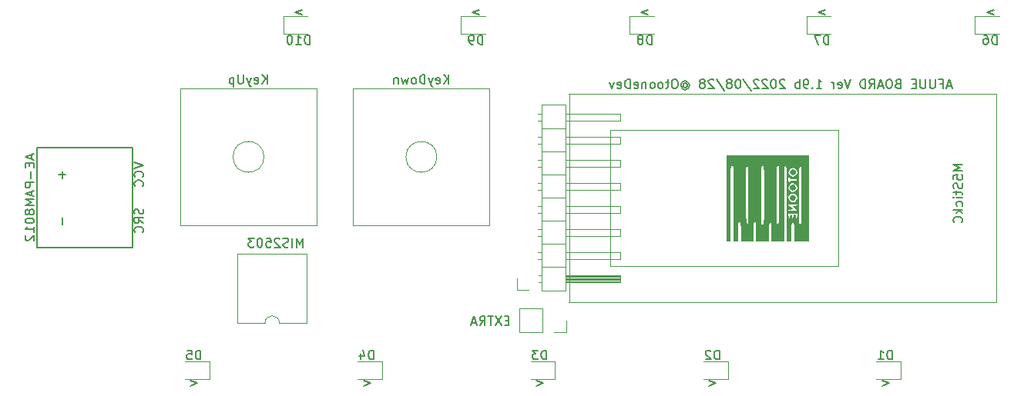
<source format=gbo>
G04 #@! TF.GenerationSoftware,KiCad,Pcbnew,(5.1.8)-1*
G04 #@! TF.CreationDate,2022-08-28T16:31:03+09:00*
G04 #@! TF.ProjectId,windsynth,77696e64-7379-46e7-9468-2e6b69636164,rev?*
G04 #@! TF.SameCoordinates,Original*
G04 #@! TF.FileFunction,Legend,Bot*
G04 #@! TF.FilePolarity,Positive*
%FSLAX46Y46*%
G04 Gerber Fmt 4.6, Leading zero omitted, Abs format (unit mm)*
G04 Created by KiCad (PCBNEW (5.1.8)-1) date 2022-08-28 16:31:03*
%MOMM*%
%LPD*%
G01*
G04 APERTURE LIST*
%ADD10C,0.120000*%
%ADD11C,0.150000*%
%ADD12C,0.010000*%
G04 APERTURE END LIST*
D10*
X152300000Y-105800000D02*
G75*
G02*
X153900000Y-105800000I800000J0D01*
G01*
X156900000Y-98200000D02*
X149300000Y-98200000D01*
X156900000Y-105800000D02*
X156900000Y-98200000D01*
X153900000Y-105800000D02*
X156900000Y-105800000D01*
X149300000Y-105800000D02*
X152300000Y-105800000D01*
X149300000Y-98200000D02*
X149300000Y-105800000D01*
D11*
X220119047Y-112714285D02*
X220880952Y-112428571D01*
X220119047Y-112142857D01*
X201119047Y-112714285D02*
X201880952Y-112428571D01*
X201119047Y-112142857D01*
X182119047Y-112714285D02*
X182880952Y-112428571D01*
X182119047Y-112142857D01*
X163119047Y-112714285D02*
X163880952Y-112428571D01*
X163119047Y-112142857D01*
X144119047Y-112714285D02*
X144880952Y-112428571D01*
X144119047Y-112142857D01*
X232380952Y-71285714D02*
X231619047Y-71571428D01*
X232380952Y-71857142D01*
X213880952Y-71285714D02*
X213119047Y-71571428D01*
X213880952Y-71857142D01*
X194380952Y-71285714D02*
X193619047Y-71571428D01*
X194380952Y-71857142D01*
X175880952Y-71285714D02*
X175119047Y-71571428D01*
X175880952Y-71857142D01*
X156380952Y-71285714D02*
X155619047Y-71571428D01*
X156380952Y-71857142D01*
D10*
X215294000Y-99532000D02*
X190294000Y-99532000D01*
X215294000Y-84532000D02*
X215294000Y-99532000D01*
X190294000Y-84532000D02*
X215294000Y-84532000D01*
X190294000Y-99532000D02*
X190294000Y-84532000D01*
X185794000Y-103532000D02*
X185794000Y-80532000D01*
X232695000Y-103532000D02*
X185695000Y-103532000D01*
X232695000Y-80532000D02*
X232695000Y-103532000D01*
X185695000Y-80532000D02*
X232695000Y-80532000D01*
D11*
X227712023Y-79666666D02*
X227235833Y-79666666D01*
X227807261Y-79952380D02*
X227473928Y-78952380D01*
X227140595Y-79952380D01*
X226473928Y-79428571D02*
X226807261Y-79428571D01*
X226807261Y-79952380D02*
X226807261Y-78952380D01*
X226331071Y-78952380D01*
X225950119Y-78952380D02*
X225950119Y-79761904D01*
X225902500Y-79857142D01*
X225854880Y-79904761D01*
X225759642Y-79952380D01*
X225569166Y-79952380D01*
X225473928Y-79904761D01*
X225426309Y-79857142D01*
X225378690Y-79761904D01*
X225378690Y-78952380D01*
X224902500Y-78952380D02*
X224902500Y-79761904D01*
X224854880Y-79857142D01*
X224807261Y-79904761D01*
X224712023Y-79952380D01*
X224521547Y-79952380D01*
X224426309Y-79904761D01*
X224378690Y-79857142D01*
X224331071Y-79761904D01*
X224331071Y-78952380D01*
X223854880Y-79428571D02*
X223521547Y-79428571D01*
X223378690Y-79952380D02*
X223854880Y-79952380D01*
X223854880Y-78952380D01*
X223378690Y-78952380D01*
X221854880Y-79428571D02*
X221712023Y-79476190D01*
X221664404Y-79523809D01*
X221616785Y-79619047D01*
X221616785Y-79761904D01*
X221664404Y-79857142D01*
X221712023Y-79904761D01*
X221807261Y-79952380D01*
X222188214Y-79952380D01*
X222188214Y-78952380D01*
X221854880Y-78952380D01*
X221759642Y-79000000D01*
X221712023Y-79047619D01*
X221664404Y-79142857D01*
X221664404Y-79238095D01*
X221712023Y-79333333D01*
X221759642Y-79380952D01*
X221854880Y-79428571D01*
X222188214Y-79428571D01*
X220997738Y-78952380D02*
X220807261Y-78952380D01*
X220712023Y-79000000D01*
X220616785Y-79095238D01*
X220569166Y-79285714D01*
X220569166Y-79619047D01*
X220616785Y-79809523D01*
X220712023Y-79904761D01*
X220807261Y-79952380D01*
X220997738Y-79952380D01*
X221092976Y-79904761D01*
X221188214Y-79809523D01*
X221235833Y-79619047D01*
X221235833Y-79285714D01*
X221188214Y-79095238D01*
X221092976Y-79000000D01*
X220997738Y-78952380D01*
X220188214Y-79666666D02*
X219712023Y-79666666D01*
X220283452Y-79952380D02*
X219950119Y-78952380D01*
X219616785Y-79952380D01*
X218712023Y-79952380D02*
X219045357Y-79476190D01*
X219283452Y-79952380D02*
X219283452Y-78952380D01*
X218902500Y-78952380D01*
X218807261Y-79000000D01*
X218759642Y-79047619D01*
X218712023Y-79142857D01*
X218712023Y-79285714D01*
X218759642Y-79380952D01*
X218807261Y-79428571D01*
X218902500Y-79476190D01*
X219283452Y-79476190D01*
X218283452Y-79952380D02*
X218283452Y-78952380D01*
X218045357Y-78952380D01*
X217902500Y-79000000D01*
X217807261Y-79095238D01*
X217759642Y-79190476D01*
X217712023Y-79380952D01*
X217712023Y-79523809D01*
X217759642Y-79714285D01*
X217807261Y-79809523D01*
X217902500Y-79904761D01*
X218045357Y-79952380D01*
X218283452Y-79952380D01*
X216664404Y-78952380D02*
X216331071Y-79952380D01*
X215997738Y-78952380D01*
X215283452Y-79904761D02*
X215378690Y-79952380D01*
X215569166Y-79952380D01*
X215664404Y-79904761D01*
X215712023Y-79809523D01*
X215712023Y-79428571D01*
X215664404Y-79333333D01*
X215569166Y-79285714D01*
X215378690Y-79285714D01*
X215283452Y-79333333D01*
X215235833Y-79428571D01*
X215235833Y-79523809D01*
X215712023Y-79619047D01*
X214807261Y-79952380D02*
X214807261Y-79285714D01*
X214807261Y-79476190D02*
X214759642Y-79380952D01*
X214712023Y-79333333D01*
X214616785Y-79285714D01*
X214521547Y-79285714D01*
X212902500Y-79952380D02*
X213473928Y-79952380D01*
X213188214Y-79952380D02*
X213188214Y-78952380D01*
X213283452Y-79095238D01*
X213378690Y-79190476D01*
X213473928Y-79238095D01*
X212473928Y-79857142D02*
X212426309Y-79904761D01*
X212473928Y-79952380D01*
X212521547Y-79904761D01*
X212473928Y-79857142D01*
X212473928Y-79952380D01*
X211950119Y-79952380D02*
X211759642Y-79952380D01*
X211664404Y-79904761D01*
X211616785Y-79857142D01*
X211521547Y-79714285D01*
X211473928Y-79523809D01*
X211473928Y-79142857D01*
X211521547Y-79047619D01*
X211569166Y-79000000D01*
X211664404Y-78952380D01*
X211854880Y-78952380D01*
X211950119Y-79000000D01*
X211997738Y-79047619D01*
X212045357Y-79142857D01*
X212045357Y-79380952D01*
X211997738Y-79476190D01*
X211950119Y-79523809D01*
X211854880Y-79571428D01*
X211664404Y-79571428D01*
X211569166Y-79523809D01*
X211521547Y-79476190D01*
X211473928Y-79380952D01*
X211045357Y-79952380D02*
X211045357Y-78952380D01*
X211045357Y-79333333D02*
X210950119Y-79285714D01*
X210759642Y-79285714D01*
X210664404Y-79333333D01*
X210616785Y-79380952D01*
X210569166Y-79476190D01*
X210569166Y-79761904D01*
X210616785Y-79857142D01*
X210664404Y-79904761D01*
X210759642Y-79952380D01*
X210950119Y-79952380D01*
X211045357Y-79904761D01*
X209426309Y-79047619D02*
X209378690Y-79000000D01*
X209283452Y-78952380D01*
X209045357Y-78952380D01*
X208950119Y-79000000D01*
X208902500Y-79047619D01*
X208854880Y-79142857D01*
X208854880Y-79238095D01*
X208902500Y-79380952D01*
X209473928Y-79952380D01*
X208854880Y-79952380D01*
X208235833Y-78952380D02*
X208140595Y-78952380D01*
X208045357Y-79000000D01*
X207997738Y-79047619D01*
X207950119Y-79142857D01*
X207902500Y-79333333D01*
X207902500Y-79571428D01*
X207950119Y-79761904D01*
X207997738Y-79857142D01*
X208045357Y-79904761D01*
X208140595Y-79952380D01*
X208235833Y-79952380D01*
X208331071Y-79904761D01*
X208378690Y-79857142D01*
X208426309Y-79761904D01*
X208473928Y-79571428D01*
X208473928Y-79333333D01*
X208426309Y-79142857D01*
X208378690Y-79047619D01*
X208331071Y-79000000D01*
X208235833Y-78952380D01*
X207521547Y-79047619D02*
X207473928Y-79000000D01*
X207378690Y-78952380D01*
X207140595Y-78952380D01*
X207045357Y-79000000D01*
X206997738Y-79047619D01*
X206950119Y-79142857D01*
X206950119Y-79238095D01*
X206997738Y-79380952D01*
X207569166Y-79952380D01*
X206950119Y-79952380D01*
X206569166Y-79047619D02*
X206521547Y-79000000D01*
X206426309Y-78952380D01*
X206188214Y-78952380D01*
X206092976Y-79000000D01*
X206045357Y-79047619D01*
X205997738Y-79142857D01*
X205997738Y-79238095D01*
X206045357Y-79380952D01*
X206616785Y-79952380D01*
X205997738Y-79952380D01*
X204854880Y-78904761D02*
X205712023Y-80190476D01*
X204331071Y-78952380D02*
X204235833Y-78952380D01*
X204140595Y-79000000D01*
X204092976Y-79047619D01*
X204045357Y-79142857D01*
X203997738Y-79333333D01*
X203997738Y-79571428D01*
X204045357Y-79761904D01*
X204092976Y-79857142D01*
X204140595Y-79904761D01*
X204235833Y-79952380D01*
X204331071Y-79952380D01*
X204426309Y-79904761D01*
X204473928Y-79857142D01*
X204521547Y-79761904D01*
X204569166Y-79571428D01*
X204569166Y-79333333D01*
X204521547Y-79142857D01*
X204473928Y-79047619D01*
X204426309Y-79000000D01*
X204331071Y-78952380D01*
X203426309Y-79380952D02*
X203521547Y-79333333D01*
X203569166Y-79285714D01*
X203616785Y-79190476D01*
X203616785Y-79142857D01*
X203569166Y-79047619D01*
X203521547Y-79000000D01*
X203426309Y-78952380D01*
X203235833Y-78952380D01*
X203140595Y-79000000D01*
X203092976Y-79047619D01*
X203045357Y-79142857D01*
X203045357Y-79190476D01*
X203092976Y-79285714D01*
X203140595Y-79333333D01*
X203235833Y-79380952D01*
X203426309Y-79380952D01*
X203521547Y-79428571D01*
X203569166Y-79476190D01*
X203616785Y-79571428D01*
X203616785Y-79761904D01*
X203569166Y-79857142D01*
X203521547Y-79904761D01*
X203426309Y-79952380D01*
X203235833Y-79952380D01*
X203140595Y-79904761D01*
X203092976Y-79857142D01*
X203045357Y-79761904D01*
X203045357Y-79571428D01*
X203092976Y-79476190D01*
X203140595Y-79428571D01*
X203235833Y-79380952D01*
X201902500Y-78904761D02*
X202759642Y-80190476D01*
X201616785Y-79047619D02*
X201569166Y-79000000D01*
X201473928Y-78952380D01*
X201235833Y-78952380D01*
X201140595Y-79000000D01*
X201092976Y-79047619D01*
X201045357Y-79142857D01*
X201045357Y-79238095D01*
X201092976Y-79380952D01*
X201664404Y-79952380D01*
X201045357Y-79952380D01*
X200473928Y-79380952D02*
X200569166Y-79333333D01*
X200616785Y-79285714D01*
X200664404Y-79190476D01*
X200664404Y-79142857D01*
X200616785Y-79047619D01*
X200569166Y-79000000D01*
X200473928Y-78952380D01*
X200283452Y-78952380D01*
X200188214Y-79000000D01*
X200140595Y-79047619D01*
X200092976Y-79142857D01*
X200092976Y-79190476D01*
X200140595Y-79285714D01*
X200188214Y-79333333D01*
X200283452Y-79380952D01*
X200473928Y-79380952D01*
X200569166Y-79428571D01*
X200616785Y-79476190D01*
X200664404Y-79571428D01*
X200664404Y-79761904D01*
X200616785Y-79857142D01*
X200569166Y-79904761D01*
X200473928Y-79952380D01*
X200283452Y-79952380D01*
X200188214Y-79904761D01*
X200140595Y-79857142D01*
X200092976Y-79761904D01*
X200092976Y-79571428D01*
X200140595Y-79476190D01*
X200188214Y-79428571D01*
X200283452Y-79380952D01*
X198283452Y-79476190D02*
X198331071Y-79428571D01*
X198426309Y-79380952D01*
X198521547Y-79380952D01*
X198616785Y-79428571D01*
X198664404Y-79476190D01*
X198712023Y-79571428D01*
X198712023Y-79666666D01*
X198664404Y-79761904D01*
X198616785Y-79809523D01*
X198521547Y-79857142D01*
X198426309Y-79857142D01*
X198331071Y-79809523D01*
X198283452Y-79761904D01*
X198283452Y-79380952D02*
X198283452Y-79761904D01*
X198235833Y-79809523D01*
X198188214Y-79809523D01*
X198092976Y-79761904D01*
X198045357Y-79666666D01*
X198045357Y-79428571D01*
X198140595Y-79285714D01*
X198283452Y-79190476D01*
X198473928Y-79142857D01*
X198664404Y-79190476D01*
X198807261Y-79285714D01*
X198902500Y-79428571D01*
X198950119Y-79619047D01*
X198902500Y-79809523D01*
X198807261Y-79952380D01*
X198664404Y-80047619D01*
X198473928Y-80095238D01*
X198283452Y-80047619D01*
X198140595Y-79952380D01*
X197426309Y-78952380D02*
X197235833Y-78952380D01*
X197140595Y-79000000D01*
X197045357Y-79095238D01*
X196997738Y-79285714D01*
X196997738Y-79619047D01*
X197045357Y-79809523D01*
X197140595Y-79904761D01*
X197235833Y-79952380D01*
X197426309Y-79952380D01*
X197521547Y-79904761D01*
X197616785Y-79809523D01*
X197664404Y-79619047D01*
X197664404Y-79285714D01*
X197616785Y-79095238D01*
X197521547Y-79000000D01*
X197426309Y-78952380D01*
X196712023Y-79285714D02*
X196331071Y-79285714D01*
X196569166Y-78952380D02*
X196569166Y-79809523D01*
X196521547Y-79904761D01*
X196426309Y-79952380D01*
X196331071Y-79952380D01*
X195854880Y-79952380D02*
X195950119Y-79904761D01*
X195997738Y-79857142D01*
X196045357Y-79761904D01*
X196045357Y-79476190D01*
X195997738Y-79380952D01*
X195950119Y-79333333D01*
X195854880Y-79285714D01*
X195712023Y-79285714D01*
X195616785Y-79333333D01*
X195569166Y-79380952D01*
X195521547Y-79476190D01*
X195521547Y-79761904D01*
X195569166Y-79857142D01*
X195616785Y-79904761D01*
X195712023Y-79952380D01*
X195854880Y-79952380D01*
X194950119Y-79952380D02*
X195045357Y-79904761D01*
X195092976Y-79857142D01*
X195140595Y-79761904D01*
X195140595Y-79476190D01*
X195092976Y-79380952D01*
X195045357Y-79333333D01*
X194950119Y-79285714D01*
X194807261Y-79285714D01*
X194712023Y-79333333D01*
X194664404Y-79380952D01*
X194616785Y-79476190D01*
X194616785Y-79761904D01*
X194664404Y-79857142D01*
X194712023Y-79904761D01*
X194807261Y-79952380D01*
X194950119Y-79952380D01*
X194188214Y-79285714D02*
X194188214Y-79952380D01*
X194188214Y-79380952D02*
X194140595Y-79333333D01*
X194045357Y-79285714D01*
X193902500Y-79285714D01*
X193807261Y-79333333D01*
X193759642Y-79428571D01*
X193759642Y-79952380D01*
X192902500Y-79904761D02*
X192997738Y-79952380D01*
X193188214Y-79952380D01*
X193283452Y-79904761D01*
X193331071Y-79809523D01*
X193331071Y-79428571D01*
X193283452Y-79333333D01*
X193188214Y-79285714D01*
X192997738Y-79285714D01*
X192902500Y-79333333D01*
X192854880Y-79428571D01*
X192854880Y-79523809D01*
X193331071Y-79619047D01*
X192426309Y-79952380D02*
X192426309Y-78952380D01*
X192188214Y-78952380D01*
X192045357Y-79000000D01*
X191950119Y-79095238D01*
X191902500Y-79190476D01*
X191854880Y-79380952D01*
X191854880Y-79523809D01*
X191902500Y-79714285D01*
X191950119Y-79809523D01*
X192045357Y-79904761D01*
X192188214Y-79952380D01*
X192426309Y-79952380D01*
X191045357Y-79904761D02*
X191140595Y-79952380D01*
X191331071Y-79952380D01*
X191426309Y-79904761D01*
X191473928Y-79809523D01*
X191473928Y-79428571D01*
X191426309Y-79333333D01*
X191331071Y-79285714D01*
X191140595Y-79285714D01*
X191045357Y-79333333D01*
X190997738Y-79428571D01*
X190997738Y-79523809D01*
X191473928Y-79619047D01*
X190664404Y-79285714D02*
X190426309Y-79952380D01*
X190188214Y-79285714D01*
D12*
G04 #@! TO.C,G\u002A\u002A\u002A*
G36*
X203393667Y-96699000D02*
G01*
X203393667Y-92620394D01*
X203393721Y-91941095D01*
X203393949Y-91341408D01*
X203394444Y-90816279D01*
X203395300Y-90360653D01*
X203396611Y-89969475D01*
X203398473Y-89637692D01*
X203400979Y-89360249D01*
X203404223Y-89132090D01*
X203408300Y-88948162D01*
X203413305Y-88803411D01*
X203419331Y-88692781D01*
X203426473Y-88611218D01*
X203434826Y-88553668D01*
X203444482Y-88515077D01*
X203455538Y-88490388D01*
X203468087Y-88474550D01*
X203471083Y-88471727D01*
X203583000Y-88407995D01*
X203687655Y-88428304D01*
X203746939Y-88479083D01*
X203758661Y-88497145D01*
X203769009Y-88527189D01*
X203778067Y-88574236D01*
X203785919Y-88643306D01*
X203792650Y-88739421D01*
X203798346Y-88867601D01*
X203803090Y-89032866D01*
X203806968Y-89240238D01*
X203810065Y-89494736D01*
X203812465Y-89801383D01*
X203814253Y-90165198D01*
X203815514Y-90591202D01*
X203816332Y-91084416D01*
X203816793Y-91649860D01*
X203816982Y-92292556D01*
X203817000Y-92627750D01*
X203817000Y-96699000D01*
X204198000Y-96699000D01*
X204198000Y-95755919D01*
X204198879Y-95438626D01*
X204201978Y-95195133D01*
X204207985Y-95014589D01*
X204217590Y-94886142D01*
X204231482Y-94798938D01*
X204250352Y-94742127D01*
X204263900Y-94718752D01*
X204354288Y-94644629D01*
X204460705Y-94628682D01*
X204552064Y-94672121D01*
X204577510Y-94706550D01*
X204592092Y-94776749D01*
X204604143Y-94922619D01*
X204613286Y-95135193D01*
X204619140Y-95405502D01*
X204621327Y-95724579D01*
X204621333Y-95743716D01*
X204621333Y-96699000D01*
X205891333Y-96699000D01*
X205895553Y-95778250D01*
X205898112Y-95501239D01*
X205902879Y-95247635D01*
X205909397Y-95031523D01*
X205917207Y-94866990D01*
X205925849Y-94768121D01*
X205928977Y-94751666D01*
X205984047Y-94663420D01*
X206078081Y-94631940D01*
X206179134Y-94634769D01*
X206238344Y-94658410D01*
X206250523Y-94711998D01*
X206260872Y-94840001D01*
X206269008Y-95032183D01*
X206274550Y-95278305D01*
X206277114Y-95568130D01*
X206277214Y-95698887D01*
X206275720Y-96699000D01*
X207627000Y-96699000D01*
X207627000Y-95791589D01*
X207628595Y-95448525D01*
X207634272Y-95181189D01*
X207645372Y-94980686D01*
X207663233Y-94838123D01*
X207689195Y-94744604D01*
X207724596Y-94691236D01*
X207770776Y-94669124D01*
X207796333Y-94667000D01*
X207847990Y-94677592D01*
X207888243Y-94715299D01*
X207918434Y-94789015D01*
X207939900Y-94907635D01*
X207953981Y-95080052D01*
X207962017Y-95315161D01*
X207965347Y-95621857D01*
X207965667Y-95791589D01*
X207965667Y-96699000D01*
X209278000Y-96699000D01*
X209278000Y-88572951D01*
X209386372Y-88501943D01*
X209466923Y-88456295D01*
X209518467Y-88461068D01*
X209566289Y-88502466D01*
X209578049Y-88522657D01*
X209588736Y-88561168D01*
X209598402Y-88621844D01*
X209607102Y-88708530D01*
X209614890Y-88825071D01*
X209621818Y-88975312D01*
X209627942Y-89163099D01*
X209633314Y-89392276D01*
X209637989Y-89666689D01*
X209642021Y-89990182D01*
X209645463Y-90366601D01*
X209648368Y-90799791D01*
X209650792Y-91293597D01*
X209652788Y-91851864D01*
X209654409Y-92478438D01*
X209655709Y-93177163D01*
X209656743Y-93951884D01*
X209657563Y-94806448D01*
X209657744Y-95037416D01*
X209659000Y-96699000D01*
X210082333Y-96699000D01*
X210082333Y-95733799D01*
X210083859Y-95388361D01*
X210088643Y-95121377D01*
X210096992Y-94926686D01*
X210109215Y-94798127D01*
X210125620Y-94729539D01*
X210133133Y-94717799D01*
X210217325Y-94675669D01*
X210322074Y-94670398D01*
X210409345Y-94699968D01*
X210437637Y-94733962D01*
X210445091Y-94794350D01*
X210451696Y-94926282D01*
X210457119Y-95116636D01*
X210461029Y-95352288D01*
X210463094Y-95620119D01*
X210463333Y-95749962D01*
X210463333Y-96699000D01*
X212029667Y-96699000D01*
X212029667Y-87301000D01*
X211094813Y-87301000D01*
X211094813Y-88511840D01*
X211190526Y-88543773D01*
X211246489Y-88628273D01*
X211246650Y-88628975D01*
X211254857Y-88673480D01*
X211261917Y-88733038D01*
X211267890Y-88813495D01*
X211272836Y-88920700D01*
X211276815Y-89060499D01*
X211279887Y-89238742D01*
X211282113Y-89461275D01*
X211283552Y-89733945D01*
X211284264Y-90062602D01*
X211284311Y-90453092D01*
X211283751Y-90911263D01*
X211282645Y-91442963D01*
X211281225Y-91992077D01*
X211279190Y-92583202D01*
X211276509Y-93094063D01*
X211273091Y-93529064D01*
X211268845Y-93892605D01*
X211263681Y-94189089D01*
X211257508Y-94422918D01*
X211250235Y-94598494D01*
X211241773Y-94720219D01*
X211232031Y-94792494D01*
X211223125Y-94817827D01*
X211144549Y-94865230D01*
X211043894Y-94876551D01*
X210962749Y-94849473D01*
X210948190Y-94833135D01*
X210943653Y-94784357D01*
X210939434Y-94657668D01*
X210935587Y-94459826D01*
X210932165Y-94197586D01*
X210929221Y-93877704D01*
X210926808Y-93506937D01*
X210924979Y-93092041D01*
X210923788Y-92639771D01*
X210923288Y-92156885D01*
X210923484Y-91690078D01*
X210924284Y-91098971D01*
X210925366Y-90586858D01*
X210926856Y-90148067D01*
X210928880Y-89776927D01*
X210931564Y-89467767D01*
X210935034Y-89214913D01*
X210939416Y-89012694D01*
X210944837Y-88855438D01*
X210951423Y-88737473D01*
X210959298Y-88653127D01*
X210968591Y-88596729D01*
X210979426Y-88562606D01*
X210991931Y-88545087D01*
X210993426Y-88543920D01*
X211094813Y-88511840D01*
X211094813Y-87301000D01*
X210301385Y-87301000D01*
X210301385Y-88639384D01*
X210500699Y-88673981D01*
X210657212Y-88779867D01*
X210775444Y-88960183D01*
X210781299Y-88973166D01*
X210827628Y-89095609D01*
X210833574Y-89191019D01*
X210797236Y-89298757D01*
X210762105Y-89370553D01*
X210635259Y-89547147D01*
X210470860Y-89648707D01*
X210265741Y-89678438D01*
X210060439Y-89639283D01*
X209902683Y-89530210D01*
X209861814Y-89469370D01*
X209861814Y-89698025D01*
X209948062Y-89719940D01*
X210007293Y-89790848D01*
X210010956Y-89802580D01*
X210030426Y-89842182D01*
X210075048Y-89866335D01*
X210162231Y-89878726D01*
X210309386Y-89883042D01*
X210392342Y-89883333D01*
X210595736Y-89888750D01*
X210720782Y-89905523D01*
X210773138Y-89934437D01*
X210773963Y-89936250D01*
X210795727Y-89989470D01*
X210798658Y-89996287D01*
X210788784Y-90035680D01*
X210776304Y-90070370D01*
X210746742Y-90104286D01*
X210679176Y-90124878D01*
X210557499Y-90134948D01*
X210391341Y-90137333D01*
X210306804Y-90138201D01*
X210306804Y-90306666D01*
X210441074Y-90341179D01*
X210584641Y-90430886D01*
X210709365Y-90555043D01*
X210768216Y-90646842D01*
X210822825Y-90769731D01*
X210837376Y-90860199D01*
X210813295Y-90959632D01*
X210781739Y-91038802D01*
X210675973Y-91203696D01*
X210527031Y-91321962D01*
X210355396Y-91384357D01*
X210266553Y-91382970D01*
X210266553Y-91461286D01*
X210447186Y-91491299D01*
X210612267Y-91584081D01*
X210744780Y-91738720D01*
X210781299Y-91809500D01*
X210824937Y-91915504D01*
X210835899Y-91989588D01*
X210814095Y-92072775D01*
X210802000Y-92102556D01*
X210802000Y-93648394D01*
X210801352Y-93893113D01*
X210795028Y-94036764D01*
X210779403Y-94149936D01*
X210764529Y-94194915D01*
X210697499Y-94235947D01*
X210648760Y-94236883D01*
X210593329Y-94203168D01*
X210564146Y-94115976D01*
X210556149Y-94042218D01*
X210540095Y-93925725D01*
X210507112Y-93872950D01*
X210460899Y-93862666D01*
X210403187Y-93880980D01*
X210380662Y-93950443D01*
X210378667Y-94005649D01*
X210354770Y-94134688D01*
X210292699Y-94216457D01*
X210206881Y-94234025D01*
X210188706Y-94228564D01*
X210140165Y-94165210D01*
X210124667Y-94029800D01*
X210109781Y-93911967D01*
X210075456Y-93870786D01*
X210037184Y-93905785D01*
X210010459Y-94016493D01*
X210008886Y-94033324D01*
X209980226Y-94174128D01*
X209924126Y-94236546D01*
X209841707Y-94219374D01*
X209837751Y-94216934D01*
X209793352Y-94165275D01*
X209770716Y-94068686D01*
X209764833Y-93921552D01*
X209764833Y-93672166D01*
X210283417Y-93660280D01*
X210802000Y-93648394D01*
X210802000Y-92102556D01*
X210780540Y-92155398D01*
X210665662Y-92345950D01*
X210510939Y-92461833D01*
X210442002Y-92476562D01*
X210442002Y-92635494D01*
X210601084Y-92640204D01*
X210719204Y-92649913D01*
X210775436Y-92664882D01*
X210775563Y-92665007D01*
X210794895Y-92727167D01*
X210793202Y-92781424D01*
X210774207Y-92831413D01*
X210721722Y-92860164D01*
X210615351Y-92875485D01*
X210534069Y-92880629D01*
X210398040Y-92890697D01*
X210332523Y-92906216D01*
X210323364Y-92932539D01*
X210338169Y-92954712D01*
X210405676Y-93007043D01*
X210439077Y-93016000D01*
X210511583Y-93046041D01*
X210605672Y-93120752D01*
X210699070Y-93217012D01*
X210769504Y-93311704D01*
X210794700Y-93381706D01*
X210794273Y-93384690D01*
X210780078Y-93416964D01*
X210742734Y-93438600D01*
X210667988Y-93451671D01*
X210541586Y-93458248D01*
X210349275Y-93460405D01*
X210272833Y-93460500D01*
X210057326Y-93459395D01*
X209912113Y-93454639D01*
X209822839Y-93444071D01*
X209775144Y-93425530D01*
X209754670Y-93396853D01*
X209750860Y-93381920D01*
X209751943Y-93304416D01*
X209800817Y-93256780D01*
X209911023Y-93231262D01*
X210029417Y-93222523D01*
X210153626Y-93211853D01*
X210234292Y-93195158D01*
X210251667Y-93182935D01*
X210218257Y-93147456D01*
X210131011Y-93083895D01*
X210018850Y-93012233D01*
X209849118Y-92892010D01*
X209761722Y-92786589D01*
X209755835Y-92694882D01*
X209764599Y-92677712D01*
X209814591Y-92661375D01*
X209928253Y-92648722D01*
X210084660Y-92640016D01*
X210262885Y-92635519D01*
X210442002Y-92635494D01*
X210442002Y-92476562D01*
X210315343Y-92503624D01*
X210177384Y-92493284D01*
X210000481Y-92425972D01*
X209863571Y-92300137D01*
X209776833Y-92135717D01*
X209750447Y-91952654D01*
X209794594Y-91770889D01*
X209801490Y-91756976D01*
X209926689Y-91593212D01*
X210087382Y-91494953D01*
X210266553Y-91461286D01*
X210266553Y-91382970D01*
X210181550Y-91381641D01*
X210093239Y-91349472D01*
X209912485Y-91220342D01*
X209795391Y-91060918D01*
X209746328Y-90885618D01*
X209769670Y-90708856D01*
X209854542Y-90562394D01*
X210010983Y-90417870D01*
X210181909Y-90328796D01*
X210306804Y-90306666D01*
X210306804Y-90138201D01*
X210215326Y-90139142D01*
X210106234Y-90147258D01*
X210046352Y-90165712D01*
X210017967Y-90198536D01*
X210009337Y-90224277D01*
X209966814Y-90289289D01*
X209875717Y-90298361D01*
X209813098Y-90284637D01*
X209778193Y-90247827D01*
X209760892Y-90166688D01*
X209752031Y-90038511D01*
X209752551Y-89894903D01*
X209767259Y-89781870D01*
X209785337Y-89735965D01*
X209861814Y-89698025D01*
X209861814Y-89469370D01*
X209808567Y-89390102D01*
X209751408Y-89190112D01*
X209769761Y-89002112D01*
X209854493Y-88840015D01*
X209996471Y-88717734D01*
X210186561Y-88649180D01*
X210301385Y-88639384D01*
X210301385Y-87301000D01*
X208616218Y-87301000D01*
X208616218Y-88425214D01*
X208688703Y-88448057D01*
X208719047Y-88468127D01*
X208812333Y-88533467D01*
X208812333Y-91639543D01*
X208812186Y-92231937D01*
X208811666Y-92745362D01*
X208810654Y-93185517D01*
X208809029Y-93558100D01*
X208806672Y-93868808D01*
X208803464Y-94123340D01*
X208799286Y-94327393D01*
X208794018Y-94486665D01*
X208787540Y-94606856D01*
X208779733Y-94693661D01*
X208770477Y-94752780D01*
X208759654Y-94789910D01*
X208747143Y-94810750D01*
X208745809Y-94812142D01*
X208644372Y-94873334D01*
X208543872Y-94850057D01*
X208497585Y-94811870D01*
X208484897Y-94792633D01*
X208473969Y-94758319D01*
X208464700Y-94703224D01*
X208456991Y-94621641D01*
X208450741Y-94507865D01*
X208445850Y-94356188D01*
X208442217Y-94160906D01*
X208439742Y-93916312D01*
X208438324Y-93616700D01*
X208437864Y-93256364D01*
X208438260Y-92829599D01*
X208439413Y-92330697D01*
X208441222Y-91753954D01*
X208441644Y-91631447D01*
X208443731Y-91043896D01*
X208445723Y-90535206D01*
X208447799Y-90099571D01*
X208450139Y-89731185D01*
X208452919Y-89424241D01*
X208456320Y-89172935D01*
X208460519Y-88971460D01*
X208465695Y-88814011D01*
X208472026Y-88694782D01*
X208479691Y-88607967D01*
X208488868Y-88547761D01*
X208499736Y-88508357D01*
X208512474Y-88483949D01*
X208527258Y-88468733D01*
X208539130Y-88460302D01*
X208616218Y-88425214D01*
X208616218Y-87301000D01*
X206949667Y-87301000D01*
X206949667Y-88401666D01*
X207008068Y-88428991D01*
X207076667Y-88486333D01*
X207092660Y-88504075D01*
X207106501Y-88526967D01*
X207118346Y-88560871D01*
X207128350Y-88611648D01*
X207136668Y-88685159D01*
X207143456Y-88787266D01*
X207148869Y-88923829D01*
X207153063Y-89100710D01*
X207156192Y-89323771D01*
X207158414Y-89598873D01*
X207159882Y-89931877D01*
X207160752Y-90328644D01*
X207161180Y-90795037D01*
X207161321Y-91336915D01*
X207161333Y-91679476D01*
X207161187Y-92272112D01*
X207160667Y-92785777D01*
X207159655Y-93226167D01*
X207158032Y-93598979D01*
X207155678Y-93909906D01*
X207152474Y-94164646D01*
X207148300Y-94368894D01*
X207143037Y-94528345D01*
X207136566Y-94648696D01*
X207128768Y-94735642D01*
X207119522Y-94794878D01*
X207108711Y-94832101D01*
X207096214Y-94853006D01*
X207094809Y-94854476D01*
X206992934Y-94911420D01*
X206881374Y-94912144D01*
X206794381Y-94858328D01*
X206781823Y-94839116D01*
X206772141Y-94777636D01*
X206763657Y-94631828D01*
X206756374Y-94402019D01*
X206750298Y-94088540D01*
X206745432Y-93691718D01*
X206741781Y-93211884D01*
X206739350Y-92649365D01*
X206738143Y-92004493D01*
X206738000Y-91664116D01*
X206738048Y-91078441D01*
X206738296Y-90571556D01*
X206738902Y-90137584D01*
X206740021Y-89770649D01*
X206741811Y-89464874D01*
X206744427Y-89214383D01*
X206748027Y-89013298D01*
X206752766Y-88855743D01*
X206758802Y-88735842D01*
X206766291Y-88647717D01*
X206775390Y-88585493D01*
X206786255Y-88543292D01*
X206799043Y-88515239D01*
X206813910Y-88495455D01*
X206822667Y-88486333D01*
X206898483Y-88424179D01*
X206949667Y-88401666D01*
X206949667Y-87301000D01*
X205269399Y-87301000D01*
X205269399Y-88505344D01*
X205344067Y-88530307D01*
X205359485Y-88540693D01*
X205372829Y-88558038D01*
X205384249Y-88588125D01*
X205393893Y-88636736D01*
X205401912Y-88709653D01*
X205408456Y-88812659D01*
X205413674Y-88951536D01*
X205417716Y-89132066D01*
X205420732Y-89360032D01*
X205422872Y-89641215D01*
X205424284Y-89981400D01*
X205425120Y-90386367D01*
X205425528Y-90861898D01*
X205425658Y-91413778D01*
X205425667Y-91681491D01*
X205425152Y-92347032D01*
X205423595Y-92929518D01*
X205420971Y-93430553D01*
X205417259Y-93851740D01*
X205412434Y-94194685D01*
X205406474Y-94460992D01*
X205399356Y-94652265D01*
X205391058Y-94770109D01*
X205381556Y-94816129D01*
X205380927Y-94816653D01*
X205313955Y-94829890D01*
X205231034Y-94816883D01*
X205165601Y-94787274D01*
X205151095Y-94750707D01*
X205151267Y-94750425D01*
X205146714Y-94712316D01*
X205131832Y-94709333D01*
X205125021Y-94668359D01*
X205118660Y-94550873D01*
X205112774Y-94365027D01*
X205107386Y-94118976D01*
X205102524Y-93820872D01*
X205098212Y-93478868D01*
X205094476Y-93101119D01*
X205091341Y-92695776D01*
X205088832Y-92270994D01*
X205086976Y-91834925D01*
X205085796Y-91395723D01*
X205085319Y-90961541D01*
X205085569Y-90540533D01*
X205086573Y-90140850D01*
X205088355Y-89770648D01*
X205090942Y-89438078D01*
X205094357Y-89151295D01*
X205098627Y-88918450D01*
X205103778Y-88747699D01*
X205109833Y-88647194D01*
X205112916Y-88626845D01*
X205172197Y-88530107D01*
X205269399Y-88505344D01*
X205269399Y-87301000D01*
X203012667Y-87301000D01*
X203012667Y-96699000D01*
X203393667Y-96699000D01*
G37*
X203393667Y-96699000D02*
X203393667Y-92620394D01*
X203393721Y-91941095D01*
X203393949Y-91341408D01*
X203394444Y-90816279D01*
X203395300Y-90360653D01*
X203396611Y-89969475D01*
X203398473Y-89637692D01*
X203400979Y-89360249D01*
X203404223Y-89132090D01*
X203408300Y-88948162D01*
X203413305Y-88803411D01*
X203419331Y-88692781D01*
X203426473Y-88611218D01*
X203434826Y-88553668D01*
X203444482Y-88515077D01*
X203455538Y-88490388D01*
X203468087Y-88474550D01*
X203471083Y-88471727D01*
X203583000Y-88407995D01*
X203687655Y-88428304D01*
X203746939Y-88479083D01*
X203758661Y-88497145D01*
X203769009Y-88527189D01*
X203778067Y-88574236D01*
X203785919Y-88643306D01*
X203792650Y-88739421D01*
X203798346Y-88867601D01*
X203803090Y-89032866D01*
X203806968Y-89240238D01*
X203810065Y-89494736D01*
X203812465Y-89801383D01*
X203814253Y-90165198D01*
X203815514Y-90591202D01*
X203816332Y-91084416D01*
X203816793Y-91649860D01*
X203816982Y-92292556D01*
X203817000Y-92627750D01*
X203817000Y-96699000D01*
X204198000Y-96699000D01*
X204198000Y-95755919D01*
X204198879Y-95438626D01*
X204201978Y-95195133D01*
X204207985Y-95014589D01*
X204217590Y-94886142D01*
X204231482Y-94798938D01*
X204250352Y-94742127D01*
X204263900Y-94718752D01*
X204354288Y-94644629D01*
X204460705Y-94628682D01*
X204552064Y-94672121D01*
X204577510Y-94706550D01*
X204592092Y-94776749D01*
X204604143Y-94922619D01*
X204613286Y-95135193D01*
X204619140Y-95405502D01*
X204621327Y-95724579D01*
X204621333Y-95743716D01*
X204621333Y-96699000D01*
X205891333Y-96699000D01*
X205895553Y-95778250D01*
X205898112Y-95501239D01*
X205902879Y-95247635D01*
X205909397Y-95031523D01*
X205917207Y-94866990D01*
X205925849Y-94768121D01*
X205928977Y-94751666D01*
X205984047Y-94663420D01*
X206078081Y-94631940D01*
X206179134Y-94634769D01*
X206238344Y-94658410D01*
X206250523Y-94711998D01*
X206260872Y-94840001D01*
X206269008Y-95032183D01*
X206274550Y-95278305D01*
X206277114Y-95568130D01*
X206277214Y-95698887D01*
X206275720Y-96699000D01*
X207627000Y-96699000D01*
X207627000Y-95791589D01*
X207628595Y-95448525D01*
X207634272Y-95181189D01*
X207645372Y-94980686D01*
X207663233Y-94838123D01*
X207689195Y-94744604D01*
X207724596Y-94691236D01*
X207770776Y-94669124D01*
X207796333Y-94667000D01*
X207847990Y-94677592D01*
X207888243Y-94715299D01*
X207918434Y-94789015D01*
X207939900Y-94907635D01*
X207953981Y-95080052D01*
X207962017Y-95315161D01*
X207965347Y-95621857D01*
X207965667Y-95791589D01*
X207965667Y-96699000D01*
X209278000Y-96699000D01*
X209278000Y-88572951D01*
X209386372Y-88501943D01*
X209466923Y-88456295D01*
X209518467Y-88461068D01*
X209566289Y-88502466D01*
X209578049Y-88522657D01*
X209588736Y-88561168D01*
X209598402Y-88621844D01*
X209607102Y-88708530D01*
X209614890Y-88825071D01*
X209621818Y-88975312D01*
X209627942Y-89163099D01*
X209633314Y-89392276D01*
X209637989Y-89666689D01*
X209642021Y-89990182D01*
X209645463Y-90366601D01*
X209648368Y-90799791D01*
X209650792Y-91293597D01*
X209652788Y-91851864D01*
X209654409Y-92478438D01*
X209655709Y-93177163D01*
X209656743Y-93951884D01*
X209657563Y-94806448D01*
X209657744Y-95037416D01*
X209659000Y-96699000D01*
X210082333Y-96699000D01*
X210082333Y-95733799D01*
X210083859Y-95388361D01*
X210088643Y-95121377D01*
X210096992Y-94926686D01*
X210109215Y-94798127D01*
X210125620Y-94729539D01*
X210133133Y-94717799D01*
X210217325Y-94675669D01*
X210322074Y-94670398D01*
X210409345Y-94699968D01*
X210437637Y-94733962D01*
X210445091Y-94794350D01*
X210451696Y-94926282D01*
X210457119Y-95116636D01*
X210461029Y-95352288D01*
X210463094Y-95620119D01*
X210463333Y-95749962D01*
X210463333Y-96699000D01*
X212029667Y-96699000D01*
X212029667Y-87301000D01*
X211094813Y-87301000D01*
X211094813Y-88511840D01*
X211190526Y-88543773D01*
X211246489Y-88628273D01*
X211246650Y-88628975D01*
X211254857Y-88673480D01*
X211261917Y-88733038D01*
X211267890Y-88813495D01*
X211272836Y-88920700D01*
X211276815Y-89060499D01*
X211279887Y-89238742D01*
X211282113Y-89461275D01*
X211283552Y-89733945D01*
X211284264Y-90062602D01*
X211284311Y-90453092D01*
X211283751Y-90911263D01*
X211282645Y-91442963D01*
X211281225Y-91992077D01*
X211279190Y-92583202D01*
X211276509Y-93094063D01*
X211273091Y-93529064D01*
X211268845Y-93892605D01*
X211263681Y-94189089D01*
X211257508Y-94422918D01*
X211250235Y-94598494D01*
X211241773Y-94720219D01*
X211232031Y-94792494D01*
X211223125Y-94817827D01*
X211144549Y-94865230D01*
X211043894Y-94876551D01*
X210962749Y-94849473D01*
X210948190Y-94833135D01*
X210943653Y-94784357D01*
X210939434Y-94657668D01*
X210935587Y-94459826D01*
X210932165Y-94197586D01*
X210929221Y-93877704D01*
X210926808Y-93506937D01*
X210924979Y-93092041D01*
X210923788Y-92639771D01*
X210923288Y-92156885D01*
X210923484Y-91690078D01*
X210924284Y-91098971D01*
X210925366Y-90586858D01*
X210926856Y-90148067D01*
X210928880Y-89776927D01*
X210931564Y-89467767D01*
X210935034Y-89214913D01*
X210939416Y-89012694D01*
X210944837Y-88855438D01*
X210951423Y-88737473D01*
X210959298Y-88653127D01*
X210968591Y-88596729D01*
X210979426Y-88562606D01*
X210991931Y-88545087D01*
X210993426Y-88543920D01*
X211094813Y-88511840D01*
X211094813Y-87301000D01*
X210301385Y-87301000D01*
X210301385Y-88639384D01*
X210500699Y-88673981D01*
X210657212Y-88779867D01*
X210775444Y-88960183D01*
X210781299Y-88973166D01*
X210827628Y-89095609D01*
X210833574Y-89191019D01*
X210797236Y-89298757D01*
X210762105Y-89370553D01*
X210635259Y-89547147D01*
X210470860Y-89648707D01*
X210265741Y-89678438D01*
X210060439Y-89639283D01*
X209902683Y-89530210D01*
X209861814Y-89469370D01*
X209861814Y-89698025D01*
X209948062Y-89719940D01*
X210007293Y-89790848D01*
X210010956Y-89802580D01*
X210030426Y-89842182D01*
X210075048Y-89866335D01*
X210162231Y-89878726D01*
X210309386Y-89883042D01*
X210392342Y-89883333D01*
X210595736Y-89888750D01*
X210720782Y-89905523D01*
X210773138Y-89934437D01*
X210773963Y-89936250D01*
X210795727Y-89989470D01*
X210798658Y-89996287D01*
X210788784Y-90035680D01*
X210776304Y-90070370D01*
X210746742Y-90104286D01*
X210679176Y-90124878D01*
X210557499Y-90134948D01*
X210391341Y-90137333D01*
X210306804Y-90138201D01*
X210306804Y-90306666D01*
X210441074Y-90341179D01*
X210584641Y-90430886D01*
X210709365Y-90555043D01*
X210768216Y-90646842D01*
X210822825Y-90769731D01*
X210837376Y-90860199D01*
X210813295Y-90959632D01*
X210781739Y-91038802D01*
X210675973Y-91203696D01*
X210527031Y-91321962D01*
X210355396Y-91384357D01*
X210266553Y-91382970D01*
X210266553Y-91461286D01*
X210447186Y-91491299D01*
X210612267Y-91584081D01*
X210744780Y-91738720D01*
X210781299Y-91809500D01*
X210824937Y-91915504D01*
X210835899Y-91989588D01*
X210814095Y-92072775D01*
X210802000Y-92102556D01*
X210802000Y-93648394D01*
X210801352Y-93893113D01*
X210795028Y-94036764D01*
X210779403Y-94149936D01*
X210764529Y-94194915D01*
X210697499Y-94235947D01*
X210648760Y-94236883D01*
X210593329Y-94203168D01*
X210564146Y-94115976D01*
X210556149Y-94042218D01*
X210540095Y-93925725D01*
X210507112Y-93872950D01*
X210460899Y-93862666D01*
X210403187Y-93880980D01*
X210380662Y-93950443D01*
X210378667Y-94005649D01*
X210354770Y-94134688D01*
X210292699Y-94216457D01*
X210206881Y-94234025D01*
X210188706Y-94228564D01*
X210140165Y-94165210D01*
X210124667Y-94029800D01*
X210109781Y-93911967D01*
X210075456Y-93870786D01*
X210037184Y-93905785D01*
X210010459Y-94016493D01*
X210008886Y-94033324D01*
X209980226Y-94174128D01*
X209924126Y-94236546D01*
X209841707Y-94219374D01*
X209837751Y-94216934D01*
X209793352Y-94165275D01*
X209770716Y-94068686D01*
X209764833Y-93921552D01*
X209764833Y-93672166D01*
X210283417Y-93660280D01*
X210802000Y-93648394D01*
X210802000Y-92102556D01*
X210780540Y-92155398D01*
X210665662Y-92345950D01*
X210510939Y-92461833D01*
X210442002Y-92476562D01*
X210442002Y-92635494D01*
X210601084Y-92640204D01*
X210719204Y-92649913D01*
X210775436Y-92664882D01*
X210775563Y-92665007D01*
X210794895Y-92727167D01*
X210793202Y-92781424D01*
X210774207Y-92831413D01*
X210721722Y-92860164D01*
X210615351Y-92875485D01*
X210534069Y-92880629D01*
X210398040Y-92890697D01*
X210332523Y-92906216D01*
X210323364Y-92932539D01*
X210338169Y-92954712D01*
X210405676Y-93007043D01*
X210439077Y-93016000D01*
X210511583Y-93046041D01*
X210605672Y-93120752D01*
X210699070Y-93217012D01*
X210769504Y-93311704D01*
X210794700Y-93381706D01*
X210794273Y-93384690D01*
X210780078Y-93416964D01*
X210742734Y-93438600D01*
X210667988Y-93451671D01*
X210541586Y-93458248D01*
X210349275Y-93460405D01*
X210272833Y-93460500D01*
X210057326Y-93459395D01*
X209912113Y-93454639D01*
X209822839Y-93444071D01*
X209775144Y-93425530D01*
X209754670Y-93396853D01*
X209750860Y-93381920D01*
X209751943Y-93304416D01*
X209800817Y-93256780D01*
X209911023Y-93231262D01*
X210029417Y-93222523D01*
X210153626Y-93211853D01*
X210234292Y-93195158D01*
X210251667Y-93182935D01*
X210218257Y-93147456D01*
X210131011Y-93083895D01*
X210018850Y-93012233D01*
X209849118Y-92892010D01*
X209761722Y-92786589D01*
X209755835Y-92694882D01*
X209764599Y-92677712D01*
X209814591Y-92661375D01*
X209928253Y-92648722D01*
X210084660Y-92640016D01*
X210262885Y-92635519D01*
X210442002Y-92635494D01*
X210442002Y-92476562D01*
X210315343Y-92503624D01*
X210177384Y-92493284D01*
X210000481Y-92425972D01*
X209863571Y-92300137D01*
X209776833Y-92135717D01*
X209750447Y-91952654D01*
X209794594Y-91770889D01*
X209801490Y-91756976D01*
X209926689Y-91593212D01*
X210087382Y-91494953D01*
X210266553Y-91461286D01*
X210266553Y-91382970D01*
X210181550Y-91381641D01*
X210093239Y-91349472D01*
X209912485Y-91220342D01*
X209795391Y-91060918D01*
X209746328Y-90885618D01*
X209769670Y-90708856D01*
X209854542Y-90562394D01*
X210010983Y-90417870D01*
X210181909Y-90328796D01*
X210306804Y-90306666D01*
X210306804Y-90138201D01*
X210215326Y-90139142D01*
X210106234Y-90147258D01*
X210046352Y-90165712D01*
X210017967Y-90198536D01*
X210009337Y-90224277D01*
X209966814Y-90289289D01*
X209875717Y-90298361D01*
X209813098Y-90284637D01*
X209778193Y-90247827D01*
X209760892Y-90166688D01*
X209752031Y-90038511D01*
X209752551Y-89894903D01*
X209767259Y-89781870D01*
X209785337Y-89735965D01*
X209861814Y-89698025D01*
X209861814Y-89469370D01*
X209808567Y-89390102D01*
X209751408Y-89190112D01*
X209769761Y-89002112D01*
X209854493Y-88840015D01*
X209996471Y-88717734D01*
X210186561Y-88649180D01*
X210301385Y-88639384D01*
X210301385Y-87301000D01*
X208616218Y-87301000D01*
X208616218Y-88425214D01*
X208688703Y-88448057D01*
X208719047Y-88468127D01*
X208812333Y-88533467D01*
X208812333Y-91639543D01*
X208812186Y-92231937D01*
X208811666Y-92745362D01*
X208810654Y-93185517D01*
X208809029Y-93558100D01*
X208806672Y-93868808D01*
X208803464Y-94123340D01*
X208799286Y-94327393D01*
X208794018Y-94486665D01*
X208787540Y-94606856D01*
X208779733Y-94693661D01*
X208770477Y-94752780D01*
X208759654Y-94789910D01*
X208747143Y-94810750D01*
X208745809Y-94812142D01*
X208644372Y-94873334D01*
X208543872Y-94850057D01*
X208497585Y-94811870D01*
X208484897Y-94792633D01*
X208473969Y-94758319D01*
X208464700Y-94703224D01*
X208456991Y-94621641D01*
X208450741Y-94507865D01*
X208445850Y-94356188D01*
X208442217Y-94160906D01*
X208439742Y-93916312D01*
X208438324Y-93616700D01*
X208437864Y-93256364D01*
X208438260Y-92829599D01*
X208439413Y-92330697D01*
X208441222Y-91753954D01*
X208441644Y-91631447D01*
X208443731Y-91043896D01*
X208445723Y-90535206D01*
X208447799Y-90099571D01*
X208450139Y-89731185D01*
X208452919Y-89424241D01*
X208456320Y-89172935D01*
X208460519Y-88971460D01*
X208465695Y-88814011D01*
X208472026Y-88694782D01*
X208479691Y-88607967D01*
X208488868Y-88547761D01*
X208499736Y-88508357D01*
X208512474Y-88483949D01*
X208527258Y-88468733D01*
X208539130Y-88460302D01*
X208616218Y-88425214D01*
X208616218Y-87301000D01*
X206949667Y-87301000D01*
X206949667Y-88401666D01*
X207008068Y-88428991D01*
X207076667Y-88486333D01*
X207092660Y-88504075D01*
X207106501Y-88526967D01*
X207118346Y-88560871D01*
X207128350Y-88611648D01*
X207136668Y-88685159D01*
X207143456Y-88787266D01*
X207148869Y-88923829D01*
X207153063Y-89100710D01*
X207156192Y-89323771D01*
X207158414Y-89598873D01*
X207159882Y-89931877D01*
X207160752Y-90328644D01*
X207161180Y-90795037D01*
X207161321Y-91336915D01*
X207161333Y-91679476D01*
X207161187Y-92272112D01*
X207160667Y-92785777D01*
X207159655Y-93226167D01*
X207158032Y-93598979D01*
X207155678Y-93909906D01*
X207152474Y-94164646D01*
X207148300Y-94368894D01*
X207143037Y-94528345D01*
X207136566Y-94648696D01*
X207128768Y-94735642D01*
X207119522Y-94794878D01*
X207108711Y-94832101D01*
X207096214Y-94853006D01*
X207094809Y-94854476D01*
X206992934Y-94911420D01*
X206881374Y-94912144D01*
X206794381Y-94858328D01*
X206781823Y-94839116D01*
X206772141Y-94777636D01*
X206763657Y-94631828D01*
X206756374Y-94402019D01*
X206750298Y-94088540D01*
X206745432Y-93691718D01*
X206741781Y-93211884D01*
X206739350Y-92649365D01*
X206738143Y-92004493D01*
X206738000Y-91664116D01*
X206738048Y-91078441D01*
X206738296Y-90571556D01*
X206738902Y-90137584D01*
X206740021Y-89770649D01*
X206741811Y-89464874D01*
X206744427Y-89214383D01*
X206748027Y-89013298D01*
X206752766Y-88855743D01*
X206758802Y-88735842D01*
X206766291Y-88647717D01*
X206775390Y-88585493D01*
X206786255Y-88543292D01*
X206799043Y-88515239D01*
X206813910Y-88495455D01*
X206822667Y-88486333D01*
X206898483Y-88424179D01*
X206949667Y-88401666D01*
X206949667Y-87301000D01*
X205269399Y-87301000D01*
X205269399Y-88505344D01*
X205344067Y-88530307D01*
X205359485Y-88540693D01*
X205372829Y-88558038D01*
X205384249Y-88588125D01*
X205393893Y-88636736D01*
X205401912Y-88709653D01*
X205408456Y-88812659D01*
X205413674Y-88951536D01*
X205417716Y-89132066D01*
X205420732Y-89360032D01*
X205422872Y-89641215D01*
X205424284Y-89981400D01*
X205425120Y-90386367D01*
X205425528Y-90861898D01*
X205425658Y-91413778D01*
X205425667Y-91681491D01*
X205425152Y-92347032D01*
X205423595Y-92929518D01*
X205420971Y-93430553D01*
X205417259Y-93851740D01*
X205412434Y-94194685D01*
X205406474Y-94460992D01*
X205399356Y-94652265D01*
X205391058Y-94770109D01*
X205381556Y-94816129D01*
X205380927Y-94816653D01*
X205313955Y-94829890D01*
X205231034Y-94816883D01*
X205165601Y-94787274D01*
X205151095Y-94750707D01*
X205151267Y-94750425D01*
X205146714Y-94712316D01*
X205131832Y-94709333D01*
X205125021Y-94668359D01*
X205118660Y-94550873D01*
X205112774Y-94365027D01*
X205107386Y-94118976D01*
X205102524Y-93820872D01*
X205098212Y-93478868D01*
X205094476Y-93101119D01*
X205091341Y-92695776D01*
X205088832Y-92270994D01*
X205086976Y-91834925D01*
X205085796Y-91395723D01*
X205085319Y-90961541D01*
X205085569Y-90540533D01*
X205086573Y-90140850D01*
X205088355Y-89770648D01*
X205090942Y-89438078D01*
X205094357Y-89151295D01*
X205098627Y-88918450D01*
X205103778Y-88747699D01*
X205109833Y-88647194D01*
X205112916Y-88626845D01*
X205172197Y-88530107D01*
X205269399Y-88505344D01*
X205269399Y-87301000D01*
X203012667Y-87301000D01*
X203012667Y-96699000D01*
X203393667Y-96699000D01*
G36*
X210033814Y-89292339D02*
G01*
X210126614Y-89376135D01*
X210270517Y-89411300D01*
X210318762Y-89409886D01*
X210433812Y-89387892D01*
X210499411Y-89331709D01*
X210531641Y-89266418D01*
X210562830Y-89150011D01*
X210541765Y-89051586D01*
X210533577Y-89034288D01*
X210437807Y-88922230D01*
X210310218Y-88879980D01*
X210173321Y-88913011D01*
X210135165Y-88937400D01*
X210030774Y-89054148D01*
X209999429Y-89178736D01*
X210033814Y-89292339D01*
G37*
X210033814Y-89292339D02*
X210126614Y-89376135D01*
X210270517Y-89411300D01*
X210318762Y-89409886D01*
X210433812Y-89387892D01*
X210499411Y-89331709D01*
X210531641Y-89266418D01*
X210562830Y-89150011D01*
X210541765Y-89051586D01*
X210533577Y-89034288D01*
X210437807Y-88922230D01*
X210310218Y-88879980D01*
X210173321Y-88913011D01*
X210135165Y-88937400D01*
X210030774Y-89054148D01*
X209999429Y-89178736D01*
X210033814Y-89292339D01*
G36*
X210067373Y-91027309D02*
G01*
X210187969Y-91095860D01*
X210299450Y-91111000D01*
X210439647Y-91090719D01*
X210518156Y-91021432D01*
X210547086Y-90890467D01*
X210548000Y-90850933D01*
X210528345Y-90717356D01*
X210461326Y-90631933D01*
X210453914Y-90626567D01*
X210311465Y-90566195D01*
X210178361Y-90589728D01*
X210089712Y-90658645D01*
X210009942Y-90790793D01*
X210005263Y-90919650D01*
X210067373Y-91027309D01*
G37*
X210067373Y-91027309D02*
X210187969Y-91095860D01*
X210299450Y-91111000D01*
X210439647Y-91090719D01*
X210518156Y-91021432D01*
X210547086Y-90890467D01*
X210548000Y-90850933D01*
X210528345Y-90717356D01*
X210461326Y-90631933D01*
X210453914Y-90626567D01*
X210311465Y-90566195D01*
X210178361Y-90589728D01*
X210089712Y-90658645D01*
X210009942Y-90790793D01*
X210005263Y-90919650D01*
X210067373Y-91027309D01*
G36*
X210032661Y-92131058D02*
G01*
X210131051Y-92218492D01*
X210282952Y-92247957D01*
X210318762Y-92246219D01*
X210433682Y-92224302D01*
X210498435Y-92168808D01*
X210528920Y-92105833D01*
X210558117Y-91997502D01*
X210557987Y-91915349D01*
X210557981Y-91915333D01*
X210482056Y-91790321D01*
X210370996Y-91723197D01*
X210245938Y-91711012D01*
X210128022Y-91750822D01*
X210038386Y-91839678D01*
X209998168Y-91974634D01*
X209997667Y-91993438D01*
X210032661Y-92131058D01*
G37*
X210032661Y-92131058D02*
X210131051Y-92218492D01*
X210282952Y-92247957D01*
X210318762Y-92246219D01*
X210433682Y-92224302D01*
X210498435Y-92168808D01*
X210528920Y-92105833D01*
X210558117Y-91997502D01*
X210557987Y-91915349D01*
X210557981Y-91915333D01*
X210482056Y-91790321D01*
X210370996Y-91723197D01*
X210245938Y-91711012D01*
X210128022Y-91750822D01*
X210038386Y-91839678D01*
X209998168Y-91974634D01*
X209997667Y-91993438D01*
X210032661Y-92131058D01*
D11*
G04 #@! TO.C,AE-PAM8012*
X127300000Y-97500000D02*
X137800000Y-97500000D01*
X137800000Y-97500000D02*
X137800000Y-86500000D01*
X137800000Y-86500000D02*
X127300000Y-86500000D01*
X127300000Y-86500000D02*
X127300000Y-97500000D01*
D10*
G04 #@! TO.C,D10*
X154315000Y-72040000D02*
X157000000Y-72040000D01*
X154315000Y-73960000D02*
X154315000Y-72040000D01*
X157000000Y-73960000D02*
X154315000Y-73960000D01*
G04 #@! TO.C,M5StickC*
X182690000Y-102216000D02*
X182690000Y-81776000D01*
X182690000Y-81776000D02*
X185350000Y-81776000D01*
X185350000Y-81776000D02*
X185350000Y-102216000D01*
X185350000Y-102216000D02*
X182690000Y-102216000D01*
X185350000Y-101266000D02*
X191350000Y-101266000D01*
X191350000Y-101266000D02*
X191350000Y-100506000D01*
X191350000Y-100506000D02*
X185350000Y-100506000D01*
X185350000Y-101206000D02*
X191350000Y-101206000D01*
X185350000Y-101086000D02*
X191350000Y-101086000D01*
X185350000Y-100966000D02*
X191350000Y-100966000D01*
X185350000Y-100846000D02*
X191350000Y-100846000D01*
X185350000Y-100726000D02*
X191350000Y-100726000D01*
X185350000Y-100606000D02*
X191350000Y-100606000D01*
X182360000Y-101266000D02*
X182690000Y-101266000D01*
X182360000Y-100506000D02*
X182690000Y-100506000D01*
X182690000Y-99616000D02*
X185350000Y-99616000D01*
X185350000Y-98726000D02*
X191350000Y-98726000D01*
X191350000Y-98726000D02*
X191350000Y-97966000D01*
X191350000Y-97966000D02*
X185350000Y-97966000D01*
X182292929Y-98726000D02*
X182690000Y-98726000D01*
X182292929Y-97966000D02*
X182690000Y-97966000D01*
X182690000Y-97076000D02*
X185350000Y-97076000D01*
X185350000Y-96186000D02*
X191350000Y-96186000D01*
X191350000Y-96186000D02*
X191350000Y-95426000D01*
X191350000Y-95426000D02*
X185350000Y-95426000D01*
X182292929Y-96186000D02*
X182690000Y-96186000D01*
X182292929Y-95426000D02*
X182690000Y-95426000D01*
X182690000Y-94536000D02*
X185350000Y-94536000D01*
X185350000Y-93646000D02*
X191350000Y-93646000D01*
X191350000Y-93646000D02*
X191350000Y-92886000D01*
X191350000Y-92886000D02*
X185350000Y-92886000D01*
X182292929Y-93646000D02*
X182690000Y-93646000D01*
X182292929Y-92886000D02*
X182690000Y-92886000D01*
X182690000Y-91996000D02*
X185350000Y-91996000D01*
X185350000Y-91106000D02*
X191350000Y-91106000D01*
X191350000Y-91106000D02*
X191350000Y-90346000D01*
X191350000Y-90346000D02*
X185350000Y-90346000D01*
X182292929Y-91106000D02*
X182690000Y-91106000D01*
X182292929Y-90346000D02*
X182690000Y-90346000D01*
X182690000Y-89456000D02*
X185350000Y-89456000D01*
X185350000Y-88566000D02*
X191350000Y-88566000D01*
X191350000Y-88566000D02*
X191350000Y-87806000D01*
X191350000Y-87806000D02*
X185350000Y-87806000D01*
X182292929Y-88566000D02*
X182690000Y-88566000D01*
X182292929Y-87806000D02*
X182690000Y-87806000D01*
X182690000Y-86916000D02*
X185350000Y-86916000D01*
X185350000Y-86026000D02*
X191350000Y-86026000D01*
X191350000Y-86026000D02*
X191350000Y-85266000D01*
X191350000Y-85266000D02*
X185350000Y-85266000D01*
X182292929Y-86026000D02*
X182690000Y-86026000D01*
X182292929Y-85266000D02*
X182690000Y-85266000D01*
X182690000Y-84376000D02*
X185350000Y-84376000D01*
X185350000Y-83486000D02*
X191350000Y-83486000D01*
X191350000Y-83486000D02*
X191350000Y-82726000D01*
X191350000Y-82726000D02*
X185350000Y-82726000D01*
X182292929Y-83486000D02*
X182690000Y-83486000D01*
X182292929Y-82726000D02*
X182690000Y-82726000D01*
X179980000Y-100886000D02*
X179980000Y-102156000D01*
X179980000Y-102156000D02*
X181250000Y-102156000D01*
G04 #@! TO.C,EXTRA*
X180225000Y-106830000D02*
X180225000Y-104170000D01*
X182825000Y-106830000D02*
X180225000Y-106830000D01*
X182825000Y-104170000D02*
X180225000Y-104170000D01*
X182825000Y-106830000D02*
X182825000Y-104170000D01*
X184095000Y-106830000D02*
X185425000Y-106830000D01*
X185425000Y-106830000D02*
X185425000Y-105500000D01*
G04 #@! TO.C,D1*
X219500000Y-110040000D02*
X222185000Y-110040000D01*
X222185000Y-110040000D02*
X222185000Y-111960000D01*
X222185000Y-111960000D02*
X219500000Y-111960000D01*
G04 #@! TO.C,D2*
X200500000Y-110040000D02*
X203185000Y-110040000D01*
X203185000Y-110040000D02*
X203185000Y-111960000D01*
X203185000Y-111960000D02*
X200500000Y-111960000D01*
G04 #@! TO.C,D3*
X181500000Y-110040000D02*
X184185000Y-110040000D01*
X184185000Y-110040000D02*
X184185000Y-111960000D01*
X184185000Y-111960000D02*
X181500000Y-111960000D01*
G04 #@! TO.C,D4*
X162500000Y-110040000D02*
X165185000Y-110040000D01*
X165185000Y-110040000D02*
X165185000Y-111960000D01*
X165185000Y-111960000D02*
X162500000Y-111960000D01*
G04 #@! TO.C,D5*
X143500000Y-110040000D02*
X146185000Y-110040000D01*
X146185000Y-110040000D02*
X146185000Y-111960000D01*
X146185000Y-111960000D02*
X143500000Y-111960000D01*
G04 #@! TO.C,D6*
X233000000Y-73960000D02*
X230315000Y-73960000D01*
X230315000Y-73960000D02*
X230315000Y-72040000D01*
X230315000Y-72040000D02*
X233000000Y-72040000D01*
G04 #@! TO.C,D7*
X214500000Y-73960000D02*
X211815000Y-73960000D01*
X211815000Y-73960000D02*
X211815000Y-72040000D01*
X211815000Y-72040000D02*
X214500000Y-72040000D01*
G04 #@! TO.C,D8*
X195062500Y-73960000D02*
X192377500Y-73960000D01*
X192377500Y-73960000D02*
X192377500Y-72040000D01*
X192377500Y-72040000D02*
X195062500Y-72040000D01*
G04 #@! TO.C,D9*
X173815000Y-72040000D02*
X176500000Y-72040000D01*
X173815000Y-73960000D02*
X173815000Y-72040000D01*
X176500000Y-73960000D02*
X173815000Y-73960000D01*
G04 #@! TO.C,KeyDown*
X171200000Y-87500000D02*
G75*
G03*
X171200000Y-87500000I-1700000J0D01*
G01*
X177000000Y-80000000D02*
X177000000Y-95000000D01*
X162000000Y-80000000D02*
X177000000Y-80000000D01*
X162000000Y-95000000D02*
X162000000Y-80000000D01*
X177000000Y-95000000D02*
X162000000Y-95000000D01*
G04 #@! TO.C,KeyUp*
X152200000Y-87500000D02*
G75*
G03*
X152200000Y-87500000I-1700000J0D01*
G01*
X158000000Y-80000000D02*
X158000000Y-95000000D01*
X143000000Y-80000000D02*
X158000000Y-80000000D01*
X143000000Y-95000000D02*
X143000000Y-80000000D01*
X158000000Y-95000000D02*
X143000000Y-95000000D01*
G04 #@! TO.C,AE-PAM8012*
D11*
X126666666Y-87285714D02*
X126666666Y-87761904D01*
X126952380Y-87190476D02*
X125952380Y-87523809D01*
X126952380Y-87857142D01*
X126428571Y-88190476D02*
X126428571Y-88523809D01*
X126952380Y-88666666D02*
X126952380Y-88190476D01*
X125952380Y-88190476D01*
X125952380Y-88666666D01*
X126571428Y-89095238D02*
X126571428Y-89857142D01*
X126952380Y-90333333D02*
X125952380Y-90333333D01*
X125952380Y-90714285D01*
X126000000Y-90809523D01*
X126047619Y-90857142D01*
X126142857Y-90904761D01*
X126285714Y-90904761D01*
X126380952Y-90857142D01*
X126428571Y-90809523D01*
X126476190Y-90714285D01*
X126476190Y-90333333D01*
X126666666Y-91285714D02*
X126666666Y-91761904D01*
X126952380Y-91190476D02*
X125952380Y-91523809D01*
X126952380Y-91857142D01*
X126952380Y-92190476D02*
X125952380Y-92190476D01*
X126666666Y-92523809D01*
X125952380Y-92857142D01*
X126952380Y-92857142D01*
X126380952Y-93476190D02*
X126333333Y-93380952D01*
X126285714Y-93333333D01*
X126190476Y-93285714D01*
X126142857Y-93285714D01*
X126047619Y-93333333D01*
X126000000Y-93380952D01*
X125952380Y-93476190D01*
X125952380Y-93666666D01*
X126000000Y-93761904D01*
X126047619Y-93809523D01*
X126142857Y-93857142D01*
X126190476Y-93857142D01*
X126285714Y-93809523D01*
X126333333Y-93761904D01*
X126380952Y-93666666D01*
X126380952Y-93476190D01*
X126428571Y-93380952D01*
X126476190Y-93333333D01*
X126571428Y-93285714D01*
X126761904Y-93285714D01*
X126857142Y-93333333D01*
X126904761Y-93380952D01*
X126952380Y-93476190D01*
X126952380Y-93666666D01*
X126904761Y-93761904D01*
X126857142Y-93809523D01*
X126761904Y-93857142D01*
X126571428Y-93857142D01*
X126476190Y-93809523D01*
X126428571Y-93761904D01*
X126380952Y-93666666D01*
X125952380Y-94476190D02*
X125952380Y-94571428D01*
X126000000Y-94666666D01*
X126047619Y-94714285D01*
X126142857Y-94761904D01*
X126333333Y-94809523D01*
X126571428Y-94809523D01*
X126761904Y-94761904D01*
X126857142Y-94714285D01*
X126904761Y-94666666D01*
X126952380Y-94571428D01*
X126952380Y-94476190D01*
X126904761Y-94380952D01*
X126857142Y-94333333D01*
X126761904Y-94285714D01*
X126571428Y-94238095D01*
X126333333Y-94238095D01*
X126142857Y-94285714D01*
X126047619Y-94333333D01*
X126000000Y-94380952D01*
X125952380Y-94476190D01*
X126952380Y-95761904D02*
X126952380Y-95190476D01*
X126952380Y-95476190D02*
X125952380Y-95476190D01*
X126095238Y-95380952D01*
X126190476Y-95285714D01*
X126238095Y-95190476D01*
X126047619Y-96142857D02*
X126000000Y-96190476D01*
X125952380Y-96285714D01*
X125952380Y-96523809D01*
X126000000Y-96619047D01*
X126047619Y-96666666D01*
X126142857Y-96714285D01*
X126238095Y-96714285D01*
X126380952Y-96666666D01*
X126952380Y-96095238D01*
X126952380Y-96714285D01*
X130031428Y-89079047D02*
X130031428Y-89840952D01*
X130412380Y-89460000D02*
X129650476Y-89460000D01*
X130031428Y-94159047D02*
X130031428Y-94920952D01*
X137952380Y-88126666D02*
X138952380Y-88460000D01*
X137952380Y-88793333D01*
X138857142Y-89698095D02*
X138904761Y-89650476D01*
X138952380Y-89507619D01*
X138952380Y-89412380D01*
X138904761Y-89269523D01*
X138809523Y-89174285D01*
X138714285Y-89126666D01*
X138523809Y-89079047D01*
X138380952Y-89079047D01*
X138190476Y-89126666D01*
X138095238Y-89174285D01*
X138000000Y-89269523D01*
X137952380Y-89412380D01*
X137952380Y-89507619D01*
X138000000Y-89650476D01*
X138047619Y-89698095D01*
X138857142Y-90698095D02*
X138904761Y-90650476D01*
X138952380Y-90507619D01*
X138952380Y-90412380D01*
X138904761Y-90269523D01*
X138809523Y-90174285D01*
X138714285Y-90126666D01*
X138523809Y-90079047D01*
X138380952Y-90079047D01*
X138190476Y-90126666D01*
X138095238Y-90174285D01*
X138000000Y-90269523D01*
X137952380Y-90412380D01*
X137952380Y-90507619D01*
X138000000Y-90650476D01*
X138047619Y-90698095D01*
X138904761Y-93214285D02*
X138952380Y-93357142D01*
X138952380Y-93595238D01*
X138904761Y-93690476D01*
X138857142Y-93738095D01*
X138761904Y-93785714D01*
X138666666Y-93785714D01*
X138571428Y-93738095D01*
X138523809Y-93690476D01*
X138476190Y-93595238D01*
X138428571Y-93404761D01*
X138380952Y-93309523D01*
X138333333Y-93261904D01*
X138238095Y-93214285D01*
X138142857Y-93214285D01*
X138047619Y-93261904D01*
X138000000Y-93309523D01*
X137952380Y-93404761D01*
X137952380Y-93642857D01*
X138000000Y-93785714D01*
X138952380Y-94785714D02*
X138476190Y-94452380D01*
X138952380Y-94214285D02*
X137952380Y-94214285D01*
X137952380Y-94595238D01*
X138000000Y-94690476D01*
X138047619Y-94738095D01*
X138142857Y-94785714D01*
X138285714Y-94785714D01*
X138380952Y-94738095D01*
X138428571Y-94690476D01*
X138476190Y-94595238D01*
X138476190Y-94214285D01*
X138857142Y-95785714D02*
X138904761Y-95738095D01*
X138952380Y-95595238D01*
X138952380Y-95500000D01*
X138904761Y-95357142D01*
X138809523Y-95261904D01*
X138714285Y-95214285D01*
X138523809Y-95166666D01*
X138380952Y-95166666D01*
X138190476Y-95214285D01*
X138095238Y-95261904D01*
X138000000Y-95357142D01*
X137952380Y-95500000D01*
X137952380Y-95595238D01*
X138000000Y-95738095D01*
X138047619Y-95785714D01*
G04 #@! TO.C,MIS2503*
X156452380Y-97452380D02*
X156452380Y-96452380D01*
X156119047Y-97166666D01*
X155785714Y-96452380D01*
X155785714Y-97452380D01*
X155309523Y-97452380D02*
X155309523Y-96452380D01*
X154880952Y-97404761D02*
X154738095Y-97452380D01*
X154500000Y-97452380D01*
X154404761Y-97404761D01*
X154357142Y-97357142D01*
X154309523Y-97261904D01*
X154309523Y-97166666D01*
X154357142Y-97071428D01*
X154404761Y-97023809D01*
X154500000Y-96976190D01*
X154690476Y-96928571D01*
X154785714Y-96880952D01*
X154833333Y-96833333D01*
X154880952Y-96738095D01*
X154880952Y-96642857D01*
X154833333Y-96547619D01*
X154785714Y-96500000D01*
X154690476Y-96452380D01*
X154452380Y-96452380D01*
X154309523Y-96500000D01*
X153928571Y-96547619D02*
X153880952Y-96500000D01*
X153785714Y-96452380D01*
X153547619Y-96452380D01*
X153452380Y-96500000D01*
X153404761Y-96547619D01*
X153357142Y-96642857D01*
X153357142Y-96738095D01*
X153404761Y-96880952D01*
X153976190Y-97452380D01*
X153357142Y-97452380D01*
X152452380Y-96452380D02*
X152928571Y-96452380D01*
X152976190Y-96928571D01*
X152928571Y-96880952D01*
X152833333Y-96833333D01*
X152595238Y-96833333D01*
X152500000Y-96880952D01*
X152452380Y-96928571D01*
X152404761Y-97023809D01*
X152404761Y-97261904D01*
X152452380Y-97357142D01*
X152500000Y-97404761D01*
X152595238Y-97452380D01*
X152833333Y-97452380D01*
X152928571Y-97404761D01*
X152976190Y-97357142D01*
X151785714Y-96452380D02*
X151690476Y-96452380D01*
X151595238Y-96500000D01*
X151547619Y-96547619D01*
X151500000Y-96642857D01*
X151452380Y-96833333D01*
X151452380Y-97071428D01*
X151500000Y-97261904D01*
X151547619Y-97357142D01*
X151595238Y-97404761D01*
X151690476Y-97452380D01*
X151785714Y-97452380D01*
X151880952Y-97404761D01*
X151928571Y-97357142D01*
X151976190Y-97261904D01*
X152023809Y-97071428D01*
X152023809Y-96833333D01*
X151976190Y-96642857D01*
X151928571Y-96547619D01*
X151880952Y-96500000D01*
X151785714Y-96452380D01*
X151119047Y-96452380D02*
X150500000Y-96452380D01*
X150833333Y-96833333D01*
X150690476Y-96833333D01*
X150595238Y-96880952D01*
X150547619Y-96928571D01*
X150500000Y-97023809D01*
X150500000Y-97261904D01*
X150547619Y-97357142D01*
X150595238Y-97404761D01*
X150690476Y-97452380D01*
X150976190Y-97452380D01*
X151071428Y-97404761D01*
X151119047Y-97357142D01*
G04 #@! TO.C,D10*
X157214285Y-75102380D02*
X157214285Y-74102380D01*
X156976190Y-74102380D01*
X156833333Y-74150000D01*
X156738095Y-74245238D01*
X156690476Y-74340476D01*
X156642857Y-74530952D01*
X156642857Y-74673809D01*
X156690476Y-74864285D01*
X156738095Y-74959523D01*
X156833333Y-75054761D01*
X156976190Y-75102380D01*
X157214285Y-75102380D01*
X155690476Y-75102380D02*
X156261904Y-75102380D01*
X155976190Y-75102380D02*
X155976190Y-74102380D01*
X156071428Y-74245238D01*
X156166666Y-74340476D01*
X156261904Y-74388095D01*
X155071428Y-74102380D02*
X154976190Y-74102380D01*
X154880952Y-74150000D01*
X154833333Y-74197619D01*
X154785714Y-74292857D01*
X154738095Y-74483333D01*
X154738095Y-74721428D01*
X154785714Y-74911904D01*
X154833333Y-75007142D01*
X154880952Y-75054761D01*
X154976190Y-75102380D01*
X155071428Y-75102380D01*
X155166666Y-75054761D01*
X155214285Y-75007142D01*
X155261904Y-74911904D01*
X155309523Y-74721428D01*
X155309523Y-74483333D01*
X155261904Y-74292857D01*
X155214285Y-74197619D01*
X155166666Y-74150000D01*
X155071428Y-74102380D01*
G04 #@! TO.C,M5StickC*
X228952380Y-88357142D02*
X227952380Y-88357142D01*
X228666666Y-88690476D01*
X227952380Y-89023809D01*
X228952380Y-89023809D01*
X227952380Y-89976190D02*
X227952380Y-89500000D01*
X228428571Y-89452380D01*
X228380952Y-89500000D01*
X228333333Y-89595238D01*
X228333333Y-89833333D01*
X228380952Y-89928571D01*
X228428571Y-89976190D01*
X228523809Y-90023809D01*
X228761904Y-90023809D01*
X228857142Y-89976190D01*
X228904761Y-89928571D01*
X228952380Y-89833333D01*
X228952380Y-89595238D01*
X228904761Y-89500000D01*
X228857142Y-89452380D01*
X228904761Y-90404761D02*
X228952380Y-90547619D01*
X228952380Y-90785714D01*
X228904761Y-90880952D01*
X228857142Y-90928571D01*
X228761904Y-90976190D01*
X228666666Y-90976190D01*
X228571428Y-90928571D01*
X228523809Y-90880952D01*
X228476190Y-90785714D01*
X228428571Y-90595238D01*
X228380952Y-90500000D01*
X228333333Y-90452380D01*
X228238095Y-90404761D01*
X228142857Y-90404761D01*
X228047619Y-90452380D01*
X228000000Y-90500000D01*
X227952380Y-90595238D01*
X227952380Y-90833333D01*
X228000000Y-90976190D01*
X228285714Y-91261904D02*
X228285714Y-91642857D01*
X227952380Y-91404761D02*
X228809523Y-91404761D01*
X228904761Y-91452380D01*
X228952380Y-91547619D01*
X228952380Y-91642857D01*
X228952380Y-91976190D02*
X228285714Y-91976190D01*
X227952380Y-91976190D02*
X228000000Y-91928571D01*
X228047619Y-91976190D01*
X228000000Y-92023809D01*
X227952380Y-91976190D01*
X228047619Y-91976190D01*
X228904761Y-92880952D02*
X228952380Y-92785714D01*
X228952380Y-92595238D01*
X228904761Y-92500000D01*
X228857142Y-92452380D01*
X228761904Y-92404761D01*
X228476190Y-92404761D01*
X228380952Y-92452380D01*
X228333333Y-92500000D01*
X228285714Y-92595238D01*
X228285714Y-92785714D01*
X228333333Y-92880952D01*
X228952380Y-93309523D02*
X227952380Y-93309523D01*
X228571428Y-93404761D02*
X228952380Y-93690476D01*
X228285714Y-93690476D02*
X228666666Y-93309523D01*
X228857142Y-94690476D02*
X228904761Y-94642857D01*
X228952380Y-94500000D01*
X228952380Y-94404761D01*
X228904761Y-94261904D01*
X228809523Y-94166666D01*
X228714285Y-94119047D01*
X228523809Y-94071428D01*
X228380952Y-94071428D01*
X228190476Y-94119047D01*
X228095238Y-94166666D01*
X228000000Y-94261904D01*
X227952380Y-94404761D01*
X227952380Y-94500000D01*
X228000000Y-94642857D01*
X228047619Y-94690476D01*
G04 #@! TO.C,EXTRA*
X179110000Y-105513571D02*
X178776666Y-105513571D01*
X178633809Y-106037380D02*
X179110000Y-106037380D01*
X179110000Y-105037380D01*
X178633809Y-105037380D01*
X178300476Y-105037380D02*
X177633809Y-106037380D01*
X177633809Y-105037380D02*
X178300476Y-106037380D01*
X177395714Y-105037380D02*
X176824285Y-105037380D01*
X177110000Y-106037380D02*
X177110000Y-105037380D01*
X175919523Y-106037380D02*
X176252857Y-105561190D01*
X176490952Y-106037380D02*
X176490952Y-105037380D01*
X176110000Y-105037380D01*
X176014761Y-105085000D01*
X175967142Y-105132619D01*
X175919523Y-105227857D01*
X175919523Y-105370714D01*
X175967142Y-105465952D01*
X176014761Y-105513571D01*
X176110000Y-105561190D01*
X176490952Y-105561190D01*
X175538571Y-105751666D02*
X175062380Y-105751666D01*
X175633809Y-106037380D02*
X175300476Y-105037380D01*
X174967142Y-106037380D01*
G04 #@! TO.C,D1*
X221238095Y-109802380D02*
X221238095Y-108802380D01*
X221000000Y-108802380D01*
X220857142Y-108850000D01*
X220761904Y-108945238D01*
X220714285Y-109040476D01*
X220666666Y-109230952D01*
X220666666Y-109373809D01*
X220714285Y-109564285D01*
X220761904Y-109659523D01*
X220857142Y-109754761D01*
X221000000Y-109802380D01*
X221238095Y-109802380D01*
X219714285Y-109802380D02*
X220285714Y-109802380D01*
X220000000Y-109802380D02*
X220000000Y-108802380D01*
X220095238Y-108945238D01*
X220190476Y-109040476D01*
X220285714Y-109088095D01*
G04 #@! TO.C,D2*
X202238095Y-109802380D02*
X202238095Y-108802380D01*
X202000000Y-108802380D01*
X201857142Y-108850000D01*
X201761904Y-108945238D01*
X201714285Y-109040476D01*
X201666666Y-109230952D01*
X201666666Y-109373809D01*
X201714285Y-109564285D01*
X201761904Y-109659523D01*
X201857142Y-109754761D01*
X202000000Y-109802380D01*
X202238095Y-109802380D01*
X201285714Y-108897619D02*
X201238095Y-108850000D01*
X201142857Y-108802380D01*
X200904761Y-108802380D01*
X200809523Y-108850000D01*
X200761904Y-108897619D01*
X200714285Y-108992857D01*
X200714285Y-109088095D01*
X200761904Y-109230952D01*
X201333333Y-109802380D01*
X200714285Y-109802380D01*
G04 #@! TO.C,D3*
X183238095Y-109802380D02*
X183238095Y-108802380D01*
X183000000Y-108802380D01*
X182857142Y-108850000D01*
X182761904Y-108945238D01*
X182714285Y-109040476D01*
X182666666Y-109230952D01*
X182666666Y-109373809D01*
X182714285Y-109564285D01*
X182761904Y-109659523D01*
X182857142Y-109754761D01*
X183000000Y-109802380D01*
X183238095Y-109802380D01*
X182333333Y-108802380D02*
X181714285Y-108802380D01*
X182047619Y-109183333D01*
X181904761Y-109183333D01*
X181809523Y-109230952D01*
X181761904Y-109278571D01*
X181714285Y-109373809D01*
X181714285Y-109611904D01*
X181761904Y-109707142D01*
X181809523Y-109754761D01*
X181904761Y-109802380D01*
X182190476Y-109802380D01*
X182285714Y-109754761D01*
X182333333Y-109707142D01*
G04 #@! TO.C,D4*
X164238095Y-109802380D02*
X164238095Y-108802380D01*
X164000000Y-108802380D01*
X163857142Y-108850000D01*
X163761904Y-108945238D01*
X163714285Y-109040476D01*
X163666666Y-109230952D01*
X163666666Y-109373809D01*
X163714285Y-109564285D01*
X163761904Y-109659523D01*
X163857142Y-109754761D01*
X164000000Y-109802380D01*
X164238095Y-109802380D01*
X162809523Y-109135714D02*
X162809523Y-109802380D01*
X163047619Y-108754761D02*
X163285714Y-109469047D01*
X162666666Y-109469047D01*
G04 #@! TO.C,D5*
X145238095Y-109802380D02*
X145238095Y-108802380D01*
X145000000Y-108802380D01*
X144857142Y-108850000D01*
X144761904Y-108945238D01*
X144714285Y-109040476D01*
X144666666Y-109230952D01*
X144666666Y-109373809D01*
X144714285Y-109564285D01*
X144761904Y-109659523D01*
X144857142Y-109754761D01*
X145000000Y-109802380D01*
X145238095Y-109802380D01*
X143761904Y-108802380D02*
X144238095Y-108802380D01*
X144285714Y-109278571D01*
X144238095Y-109230952D01*
X144142857Y-109183333D01*
X143904761Y-109183333D01*
X143809523Y-109230952D01*
X143761904Y-109278571D01*
X143714285Y-109373809D01*
X143714285Y-109611904D01*
X143761904Y-109707142D01*
X143809523Y-109754761D01*
X143904761Y-109802380D01*
X144142857Y-109802380D01*
X144238095Y-109754761D01*
X144285714Y-109707142D01*
G04 #@! TO.C,D6*
X232738095Y-75102380D02*
X232738095Y-74102380D01*
X232500000Y-74102380D01*
X232357142Y-74150000D01*
X232261904Y-74245238D01*
X232214285Y-74340476D01*
X232166666Y-74530952D01*
X232166666Y-74673809D01*
X232214285Y-74864285D01*
X232261904Y-74959523D01*
X232357142Y-75054761D01*
X232500000Y-75102380D01*
X232738095Y-75102380D01*
X231309523Y-74102380D02*
X231500000Y-74102380D01*
X231595238Y-74150000D01*
X231642857Y-74197619D01*
X231738095Y-74340476D01*
X231785714Y-74530952D01*
X231785714Y-74911904D01*
X231738095Y-75007142D01*
X231690476Y-75054761D01*
X231595238Y-75102380D01*
X231404761Y-75102380D01*
X231309523Y-75054761D01*
X231261904Y-75007142D01*
X231214285Y-74911904D01*
X231214285Y-74673809D01*
X231261904Y-74578571D01*
X231309523Y-74530952D01*
X231404761Y-74483333D01*
X231595238Y-74483333D01*
X231690476Y-74530952D01*
X231738095Y-74578571D01*
X231785714Y-74673809D01*
G04 #@! TO.C,D7*
X214238095Y-75102380D02*
X214238095Y-74102380D01*
X214000000Y-74102380D01*
X213857142Y-74150000D01*
X213761904Y-74245238D01*
X213714285Y-74340476D01*
X213666666Y-74530952D01*
X213666666Y-74673809D01*
X213714285Y-74864285D01*
X213761904Y-74959523D01*
X213857142Y-75054761D01*
X214000000Y-75102380D01*
X214238095Y-75102380D01*
X213333333Y-74102380D02*
X212666666Y-74102380D01*
X213095238Y-75102380D01*
G04 #@! TO.C,D8*
X194800595Y-75102380D02*
X194800595Y-74102380D01*
X194562500Y-74102380D01*
X194419642Y-74150000D01*
X194324404Y-74245238D01*
X194276785Y-74340476D01*
X194229166Y-74530952D01*
X194229166Y-74673809D01*
X194276785Y-74864285D01*
X194324404Y-74959523D01*
X194419642Y-75054761D01*
X194562500Y-75102380D01*
X194800595Y-75102380D01*
X193657738Y-74530952D02*
X193752976Y-74483333D01*
X193800595Y-74435714D01*
X193848214Y-74340476D01*
X193848214Y-74292857D01*
X193800595Y-74197619D01*
X193752976Y-74150000D01*
X193657738Y-74102380D01*
X193467261Y-74102380D01*
X193372023Y-74150000D01*
X193324404Y-74197619D01*
X193276785Y-74292857D01*
X193276785Y-74340476D01*
X193324404Y-74435714D01*
X193372023Y-74483333D01*
X193467261Y-74530952D01*
X193657738Y-74530952D01*
X193752976Y-74578571D01*
X193800595Y-74626190D01*
X193848214Y-74721428D01*
X193848214Y-74911904D01*
X193800595Y-75007142D01*
X193752976Y-75054761D01*
X193657738Y-75102380D01*
X193467261Y-75102380D01*
X193372023Y-75054761D01*
X193324404Y-75007142D01*
X193276785Y-74911904D01*
X193276785Y-74721428D01*
X193324404Y-74626190D01*
X193372023Y-74578571D01*
X193467261Y-74530952D01*
G04 #@! TO.C,D9*
X176238095Y-75102380D02*
X176238095Y-74102380D01*
X176000000Y-74102380D01*
X175857142Y-74150000D01*
X175761904Y-74245238D01*
X175714285Y-74340476D01*
X175666666Y-74530952D01*
X175666666Y-74673809D01*
X175714285Y-74864285D01*
X175761904Y-74959523D01*
X175857142Y-75054761D01*
X176000000Y-75102380D01*
X176238095Y-75102380D01*
X175190476Y-75102380D02*
X175000000Y-75102380D01*
X174904761Y-75054761D01*
X174857142Y-75007142D01*
X174761904Y-74864285D01*
X174714285Y-74673809D01*
X174714285Y-74292857D01*
X174761904Y-74197619D01*
X174809523Y-74150000D01*
X174904761Y-74102380D01*
X175095238Y-74102380D01*
X175190476Y-74150000D01*
X175238095Y-74197619D01*
X175285714Y-74292857D01*
X175285714Y-74530952D01*
X175238095Y-74626190D01*
X175190476Y-74673809D01*
X175095238Y-74721428D01*
X174904761Y-74721428D01*
X174809523Y-74673809D01*
X174761904Y-74626190D01*
X174714285Y-74530952D01*
G04 #@! TO.C,KeyDown*
X172500000Y-79452380D02*
X172500000Y-78452380D01*
X171928571Y-79452380D02*
X172357142Y-78880952D01*
X171928571Y-78452380D02*
X172500000Y-79023809D01*
X171119047Y-79404761D02*
X171214285Y-79452380D01*
X171404761Y-79452380D01*
X171500000Y-79404761D01*
X171547619Y-79309523D01*
X171547619Y-78928571D01*
X171500000Y-78833333D01*
X171404761Y-78785714D01*
X171214285Y-78785714D01*
X171119047Y-78833333D01*
X171071428Y-78928571D01*
X171071428Y-79023809D01*
X171547619Y-79119047D01*
X170738095Y-78785714D02*
X170500000Y-79452380D01*
X170261904Y-78785714D02*
X170500000Y-79452380D01*
X170595238Y-79690476D01*
X170642857Y-79738095D01*
X170738095Y-79785714D01*
X169880952Y-79452380D02*
X169880952Y-78452380D01*
X169642857Y-78452380D01*
X169500000Y-78500000D01*
X169404761Y-78595238D01*
X169357142Y-78690476D01*
X169309523Y-78880952D01*
X169309523Y-79023809D01*
X169357142Y-79214285D01*
X169404761Y-79309523D01*
X169500000Y-79404761D01*
X169642857Y-79452380D01*
X169880952Y-79452380D01*
X168738095Y-79452380D02*
X168833333Y-79404761D01*
X168880952Y-79357142D01*
X168928571Y-79261904D01*
X168928571Y-78976190D01*
X168880952Y-78880952D01*
X168833333Y-78833333D01*
X168738095Y-78785714D01*
X168595238Y-78785714D01*
X168500000Y-78833333D01*
X168452380Y-78880952D01*
X168404761Y-78976190D01*
X168404761Y-79261904D01*
X168452380Y-79357142D01*
X168500000Y-79404761D01*
X168595238Y-79452380D01*
X168738095Y-79452380D01*
X168071428Y-78785714D02*
X167880952Y-79452380D01*
X167690476Y-78976190D01*
X167500000Y-79452380D01*
X167309523Y-78785714D01*
X166928571Y-78785714D02*
X166928571Y-79452380D01*
X166928571Y-78880952D02*
X166880952Y-78833333D01*
X166785714Y-78785714D01*
X166642857Y-78785714D01*
X166547619Y-78833333D01*
X166500000Y-78928571D01*
X166500000Y-79452380D01*
G04 #@! TO.C,KeyUp*
X152547619Y-79452380D02*
X152547619Y-78452380D01*
X151976190Y-79452380D02*
X152404761Y-78880952D01*
X151976190Y-78452380D02*
X152547619Y-79023809D01*
X151166666Y-79404761D02*
X151261904Y-79452380D01*
X151452380Y-79452380D01*
X151547619Y-79404761D01*
X151595238Y-79309523D01*
X151595238Y-78928571D01*
X151547619Y-78833333D01*
X151452380Y-78785714D01*
X151261904Y-78785714D01*
X151166666Y-78833333D01*
X151119047Y-78928571D01*
X151119047Y-79023809D01*
X151595238Y-79119047D01*
X150785714Y-78785714D02*
X150547619Y-79452380D01*
X150309523Y-78785714D02*
X150547619Y-79452380D01*
X150642857Y-79690476D01*
X150690476Y-79738095D01*
X150785714Y-79785714D01*
X149928571Y-78452380D02*
X149928571Y-79261904D01*
X149880952Y-79357142D01*
X149833333Y-79404761D01*
X149738095Y-79452380D01*
X149547619Y-79452380D01*
X149452380Y-79404761D01*
X149404761Y-79357142D01*
X149357142Y-79261904D01*
X149357142Y-78452380D01*
X148880952Y-78785714D02*
X148880952Y-79785714D01*
X148880952Y-78833333D02*
X148785714Y-78785714D01*
X148595238Y-78785714D01*
X148500000Y-78833333D01*
X148452380Y-78880952D01*
X148404761Y-78976190D01*
X148404761Y-79261904D01*
X148452380Y-79357142D01*
X148500000Y-79404761D01*
X148595238Y-79452380D01*
X148785714Y-79452380D01*
X148880952Y-79404761D01*
G04 #@! TD*
M02*

</source>
